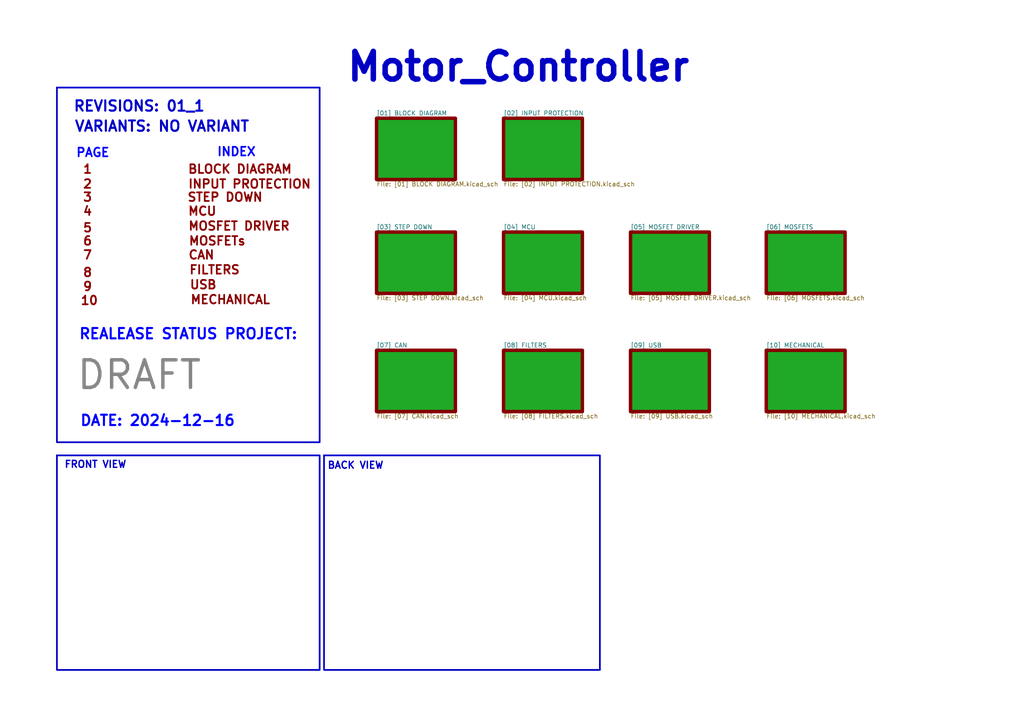
<source format=kicad_sch>
(kicad_sch
	(version 20231120)
	(generator "eeschema")
	(generator_version "8.0")
	(uuid "e63e39d7-6ac0-4ffd-8aa3-1841a4541b55")
	(paper "A4")
	(title_block
		(title "Example Project")
		(date "2024-12-16")
		(rev "Rev01_1")
		(company "AKK Electronics")
		(comment 3 "aungkyawkhaing96.ece@gmail.com")
		(comment 4 "Aung Kyaw Khaing")
	)
	(lib_symbols)
	(rectangle
		(start 16.51 25.4)
		(end 92.71 128.27)
		(stroke
			(width 0.5)
			(type default)
		)
		(fill
			(type none)
		)
		(uuid 5ff078b5-da54-4f0b-9c85-67168b8e6824)
	)
	(rectangle
		(start 16.51 132.08)
		(end 92.71 194.31)
		(stroke
			(width 0.5)
			(type default)
		)
		(fill
			(type none)
		)
		(uuid 7e474250-e3ca-44b9-b3a3-80ec9015ead0)
	)
	(rectangle
		(start 93.98 132.08)
		(end 173.99 194.31)
		(stroke
			(width 0.5)
			(type default)
		)
		(fill
			(type none)
		)
		(uuid ec3b1a99-985f-491d-9ae0-b3aaca7f9457)
	)
	(text "STEP DOWN"
		(exclude_from_sim no)
		(at 65.278 57.404 0)
		(effects
			(font
				(size 2.5 2.5)
				(bold yes)
				(color 132 0 0 1)
			)
		)
		(uuid "0b12075c-a2fc-4154-9313-ccaa01131e76")
	)
	(text "CAN"
		(exclude_from_sim no)
		(at 58.42 74.168 0)
		(effects
			(font
				(size 2.5 2.5)
				(bold yes)
				(color 132 0 0 1)
			)
		)
		(uuid "1896d5b1-2c55-4850-893b-f0665b43d4ee")
	)
	(text "BLOCK DIAGRAM"
		(exclude_from_sim no)
		(at 69.596 49.276 0)
		(effects
			(font
				(size 2.5 2.5)
				(bold yes)
				(color 132 0 0 1)
			)
		)
		(uuid "195b0ba8-43cb-4458-95f7-2f765db847fc")
	)
	(text "DRAFT"
		(exclude_from_sim no)
		(at 40.386 108.966 0)
		(effects
			(font
				(size 8 8)
				(thickness 1)
				(bold yes)
				(color 132 132 132 1)
			)
		)
		(uuid "1ad224b4-2399-4184-b1df-5415369a0108")
	)
	(text "DATE: ${ISSUE_DATE}"
		(exclude_from_sim no)
		(at 45.72 122.174 0)
		(effects
			(font
				(size 3 3)
				(bold yes)
				(color 0 0 255 1)
			)
		)
		(uuid "27019c87-df0f-4d16-9194-03d6ee5ce76b")
	)
	(text "FILTERS"
		(exclude_from_sim no)
		(at 62.23 78.486 0)
		(effects
			(font
				(size 2.5 2.5)
				(bold yes)
				(color 132 0 0 1)
			)
		)
		(uuid "2747e6ce-30a0-4e21-8ba1-5ccdfff1844d")
	)
	(text "9"
		(exclude_from_sim no)
		(at 25.4 83.312 0)
		(effects
			(font
				(size 2.5 2.5)
				(bold yes)
				(color 132 0 0 1)
			)
		)
		(uuid "3efdc49d-c425-4ad8-b703-af3009d58be5")
	)
	(text "2"
		(exclude_from_sim no)
		(at 25.4 53.594 0)
		(effects
			(font
				(size 2.5 2.5)
				(bold yes)
				(color 132 0 0 1)
			)
		)
		(uuid "470f3900-cda0-4bc6-9dcd-5ef673dcd576")
	)
	(text "VARIANTS: NO VARIANT"
		(exclude_from_sim no)
		(at 46.99 36.83 0)
		(effects
			(font
				(size 3 3)
				(bold yes)
			)
		)
		(uuid "5044624e-2b7f-4030-b98f-68a4920eef56")
	)
	(text "BACK VIEW"
		(exclude_from_sim no)
		(at 103.124 135.128 0)
		(effects
			(font
				(size 2 2)
				(thickness 0.4)
				(bold yes)
			)
		)
		(uuid "578685a5-d3d4-4f30-973b-f78b45af211b")
	)
	(text "8"
		(exclude_from_sim no)
		(at 25.4 79.248 0)
		(effects
			(font
				(size 2.5 2.5)
				(bold yes)
				(color 132 0 0 1)
			)
		)
		(uuid "5dbc6f81-295f-424d-b405-b616c019bad3")
	)
	(text "INPUT PROTECTION"
		(exclude_from_sim no)
		(at 72.39 53.594 0)
		(effects
			(font
				(size 2.5 2.5)
				(bold yes)
				(color 132 0 0 1)
			)
		)
		(uuid "63a206e5-5bf3-40d9-8d76-4fa4c9fa0d52")
	)
	(text "1"
		(exclude_from_sim no)
		(at 25.4 49.276 0)
		(effects
			(font
				(size 2.5 2.5)
				(bold yes)
				(color 132 0 0 1)
			)
		)
		(uuid "729b297a-b33e-4d34-b0dc-3fd9c394089f")
	)
	(text "PAGE"
		(exclude_from_sim no)
		(at 26.924 44.45 0)
		(effects
			(font
				(size 2.5 2.5)
				(bold yes)
				(color 0 0 255 1)
			)
		)
		(uuid "79c8f78e-536b-4a93-8f59-88f8b483fcd0")
	)
	(text "MOSFET DRIVER"
		(exclude_from_sim no)
		(at 69.342 65.786 0)
		(effects
			(font
				(size 2.5 2.5)
				(bold yes)
				(color 132 0 0 1)
			)
		)
		(uuid "8de6ff6b-4a46-4615-b38e-4cbbd544b687")
	)
	(text "7"
		(exclude_from_sim no)
		(at 25.4 74.168 0)
		(effects
			(font
				(size 2.5 2.5)
				(bold yes)
				(color 132 0 0 1)
			)
		)
		(uuid "8f5204bb-e4fd-4b62-9395-ca28363147b8")
	)
	(text "MCU"
		(exclude_from_sim no)
		(at 58.674 61.468 0)
		(effects
			(font
				(size 2.5 2.5)
				(bold yes)
				(color 132 0 0 1)
			)
		)
		(uuid "916ee55c-555d-4e76-99ac-0263234663fc")
	)
	(text "Motor_Controller\n"
		(exclude_from_sim no)
		(at 150.368 19.558 0)
		(effects
			(font
				(size 8 8)
				(thickness 1.6)
				(bold yes)
			)
		)
		(uuid "950b2300-ba9c-4db3-bba7-8a97afe595f9")
	)
	(text "3"
		(exclude_from_sim no)
		(at 25.4 57.404 0)
		(effects
			(font
				(size 2.5 2.5)
				(bold yes)
				(color 132 0 0 1)
			)
		)
		(uuid "a6543730-28f6-4db8-b60a-79fb88530e0e")
	)
	(text "USB"
		(exclude_from_sim no)
		(at 58.928 82.804 0)
		(effects
			(font
				(size 2.5 2.5)
				(bold yes)
				(color 132 0 0 1)
			)
		)
		(uuid "a955de33-8ae5-430e-87bc-79a00f89cbf1")
	)
	(text "5"
		(exclude_from_sim no)
		(at 25.4 66.294 0)
		(effects
			(font
				(size 2.5 2.5)
				(bold yes)
				(color 132 0 0 1)
			)
		)
		(uuid "a95e5e73-04b3-4b91-892b-6bbe475f8c22")
	)
	(text "MECHANICAL"
		(exclude_from_sim no)
		(at 66.802 87.122 0)
		(effects
			(font
				(size 2.5 2.5)
				(bold yes)
				(color 132 0 0 1)
			)
		)
		(uuid "aff9bfbb-719b-4d33-814a-4b48416fb18b")
	)
	(text "REALEASE STATUS PROJECT:"
		(exclude_from_sim no)
		(at 54.61 97.028 0)
		(effects
			(font
				(size 3 3)
				(bold yes)
				(color 0 0 255 1)
			)
		)
		(uuid "b3667b08-dc70-4efa-913a-9b3393571b8a")
	)
	(text "6"
		(exclude_from_sim no)
		(at 25.4 70.104 0)
		(effects
			(font
				(size 2.5 2.5)
				(bold yes)
				(color 132 0 0 1)
			)
		)
		(uuid "b792eb7a-650d-4d33-b54c-c4b89e46e7c6")
	)
	(text "10"
		(exclude_from_sim no)
		(at 25.908 87.376 0)
		(effects
			(font
				(size 2.5 2.5)
				(bold yes)
				(color 132 0 0 1)
			)
		)
		(uuid "ba01003f-21d9-4835-966e-c581541b1576")
	)
	(text "FRONT VIEW"
		(exclude_from_sim no)
		(at 27.686 134.874 0)
		(effects
			(font
				(size 2 2)
				(thickness 0.4)
				(bold yes)
			)
		)
		(uuid "c3683eaa-5a2c-43d1-8570-a94ce559ac1b")
	)
	(text "MOSFETs"
		(exclude_from_sim no)
		(at 62.992 70.104 0)
		(effects
			(font
				(size 2.5 2.5)
				(bold yes)
				(color 132 0 0 1)
			)
		)
		(uuid "db8f31e8-4e57-4252-a161-ca656af8abad")
	)
	(text "REVISIONS: 01_1"
		(exclude_from_sim no)
		(at 40.386 30.988 0)
		(effects
			(font
				(size 3 3)
				(bold yes)
			)
		)
		(uuid "de7546a5-8975-422b-9252-51b3bd153b92")
	)
	(text "INDEX"
		(exclude_from_sim no)
		(at 68.58 44.196 0)
		(effects
			(font
				(size 2.5 2.5)
				(bold yes)
				(color 0 0 255 1)
			)
		)
		(uuid "e84db98e-9995-453e-85b5-987a01378822")
	)
	(text "4"
		(exclude_from_sim no)
		(at 25.4 61.468 0)
		(effects
			(font
				(size 2.5 2.5)
				(bold yes)
				(color 132 0 0 1)
			)
		)
		(uuid "f06591b7-6ecb-4f0b-9c4e-db0e79aa82be")
	)
	(sheet
		(at 146.05 67.31)
		(size 22.86 17.78)
		(fields_autoplaced yes)
		(stroke
			(width 1)
			(type solid)
		)
		(fill
			(color 31 169 39 1.0000)
		)
		(uuid "00e52d7c-db6d-4304-85f9-7f2fddcd2d64")
		(property "Sheetname" "[04] MCU"
			(at 146.05 66.5984 0)
			(effects
				(font
					(size 1.27 1.27)
				)
				(justify left bottom)
			)
		)
		(property "Sheetfile" "[04] MCU.kicad_sch"
			(at 146.05 85.6746 0)
			(effects
				(font
					(size 1.27 1.27)
				)
				(justify left top)
			)
		)
		(instances
			(project "Motor_Controller"
				(path "/e63e39d7-6ac0-4ffd-8aa3-1841a4541b55"
					(page "5")
				)
			)
		)
	)
	(sheet
		(at 146.05 34.29)
		(size 22.86 17.78)
		(fields_autoplaced yes)
		(stroke
			(width 1)
			(type solid)
		)
		(fill
			(color 31 169 39 1.0000)
		)
		(uuid "0ee3d4d5-e3d4-4a4c-8d76-6654960bf0fd")
		(property "Sheetname" "[02] INPUT PROTECTION"
			(at 146.05 33.5784 0)
			(effects
				(font
					(size 1.27 1.27)
				)
				(justify left bottom)
			)
		)
		(property "Sheetfile" "[02] INPUT PROTECTION.kicad_sch"
			(at 146.05 52.6546 0)
			(effects
				(font
					(size 1.27 1.27)
				)
				(justify left top)
			)
		)
		(instances
			(project "Motor_Controller"
				(path "/e63e39d7-6ac0-4ffd-8aa3-1841a4541b55"
					(page "3")
				)
			)
		)
	)
	(sheet
		(at 109.22 67.31)
		(size 22.86 17.78)
		(fields_autoplaced yes)
		(stroke
			(width 1)
			(type solid)
		)
		(fill
			(color 31 169 39 1.0000)
		)
		(uuid "738c0d4c-d801-4563-96b2-3ac0131576eb")
		(property "Sheetname" "[03] STEP DOWN"
			(at 109.22 66.5984 0)
			(effects
				(font
					(size 1.27 1.27)
				)
				(justify left bottom)
			)
		)
		(property "Sheetfile" "[03] STEP DOWN.kicad_sch"
			(at 109.22 85.6746 0)
			(effects
				(font
					(size 1.27 1.27)
				)
				(justify left top)
			)
		)
		(instances
			(project "Motor_Controller"
				(path "/e63e39d7-6ac0-4ffd-8aa3-1841a4541b55"
					(page "4")
				)
			)
		)
	)
	(sheet
		(at 109.22 34.29)
		(size 22.86 17.78)
		(fields_autoplaced yes)
		(stroke
			(width 1)
			(type solid)
		)
		(fill
			(color 31 169 39 1.0000)
		)
		(uuid "7e850e91-0aa3-479b-9cf7-d624ea82d410")
		(property "Sheetname" "[01] BLOCK DIAGRAM"
			(at 109.22 33.5784 0)
			(effects
				(font
					(size 1.27 1.27)
				)
				(justify left bottom)
			)
		)
		(property "Sheetfile" "[01] BLOCK DIAGRAM.kicad_sch"
			(at 109.22 52.6546 0)
			(effects
				(font
					(size 1.27 1.27)
				)
				(justify left top)
			)
		)
		(instances
			(project "Motor_Controller"
				(path "/e63e39d7-6ac0-4ffd-8aa3-1841a4541b55"
					(page "2")
				)
			)
		)
	)
	(sheet
		(at 222.25 67.31)
		(size 22.86 17.78)
		(fields_autoplaced yes)
		(stroke
			(width 1)
			(type solid)
		)
		(fill
			(color 31 169 39 1.0000)
		)
		(uuid "82f18823-33f3-420d-bde8-b364b0066a77")
		(property "Sheetname" "[06] MOSFETS"
			(at 222.25 66.5984 0)
			(effects
				(font
					(size 1.27 1.27)
				)
				(justify left bottom)
			)
		)
		(property "Sheetfile" "[06] MOSFETS.kicad_sch"
			(at 222.25 85.6746 0)
			(effects
				(font
					(size 1.27 1.27)
				)
				(justify left top)
			)
		)
		(instances
			(project "Motor_Controller"
				(path "/e63e39d7-6ac0-4ffd-8aa3-1841a4541b55"
					(page "7")
				)
			)
		)
	)
	(sheet
		(at 109.22 101.6)
		(size 22.86 17.78)
		(fields_autoplaced yes)
		(stroke
			(width 1)
			(type solid)
		)
		(fill
			(color 31 169 39 1.0000)
		)
		(uuid "98dec30f-35fa-4446-b563-860f1c86a427")
		(property "Sheetname" "[07] CAN"
			(at 109.22 100.8884 0)
			(effects
				(font
					(size 1.27 1.27)
				)
				(justify left bottom)
			)
		)
		(property "Sheetfile" "[07] CAN.kicad_sch"
			(at 109.22 119.9646 0)
			(effects
				(font
					(size 1.27 1.27)
				)
				(justify left top)
			)
		)
		(instances
			(project "Motor_Controller"
				(path "/e63e39d7-6ac0-4ffd-8aa3-1841a4541b55"
					(page "8")
				)
			)
		)
	)
	(sheet
		(at 182.88 67.31)
		(size 22.86 17.78)
		(fields_autoplaced yes)
		(stroke
			(width 1)
			(type solid)
		)
		(fill
			(color 31 169 39 1.0000)
		)
		(uuid "a4fdf17d-f794-44a0-9416-2be0f8e087f9")
		(property "Sheetname" "[05] MOSFET DRIVER"
			(at 182.88 66.5984 0)
			(effects
				(font
					(size 1.27 1.27)
				)
				(justify left bottom)
			)
		)
		(property "Sheetfile" "[05] MOSFET DRIVER.kicad_sch"
			(at 182.88 85.6746 0)
			(effects
				(font
					(size 1.27 1.27)
				)
				(justify left top)
			)
		)
		(instances
			(project "Motor_Controller"
				(path "/e63e39d7-6ac0-4ffd-8aa3-1841a4541b55"
					(page "6")
				)
			)
		)
	)
	(sheet
		(at 182.88 101.6)
		(size 22.86 17.78)
		(fields_autoplaced yes)
		(stroke
			(width 1)
			(type solid)
		)
		(fill
			(color 31 169 39 1.0000)
		)
		(uuid "c7947707-501a-4207-b896-408090f8692f")
		(property "Sheetname" "[09] USB"
			(at 182.88 100.8884 0)
			(effects
				(font
					(size 1.27 1.27)
				)
				(justify left bottom)
			)
		)
		(property "Sheetfile" "[09] USB.kicad_sch"
			(at 182.88 119.9646 0)
			(effects
				(font
					(size 1.27 1.27)
				)
				(justify left top)
			)
		)
		(instances
			(project "Motor_Controller"
				(path "/e63e39d7-6ac0-4ffd-8aa3-1841a4541b55"
					(page "10")
				)
			)
		)
	)
	(sheet
		(at 222.25 101.6)
		(size 22.86 17.78)
		(fields_autoplaced yes)
		(stroke
			(width 1)
			(type solid)
		)
		(fill
			(color 31 169 39 1.0000)
		)
		(uuid "e5ffb6bb-a4a0-431a-994a-ea10a9aefdd1")
		(property "Sheetname" "[10] MECHANICAL"
			(at 222.25 100.8884 0)
			(effects
				(font
					(size 1.27 1.27)
				)
				(justify left bottom)
			)
		)
		(property "Sheetfile" "[10] MECHANICAL.kicad_sch"
			(at 222.25 119.9646 0)
			(effects
				(font
					(size 1.27 1.27)
				)
				(justify left top)
			)
		)
		(instances
			(project "Motor_Controller"
				(path "/e63e39d7-6ac0-4ffd-8aa3-1841a4541b55"
					(page "11")
				)
			)
		)
	)
	(sheet
		(at 146.05 101.6)
		(size 22.86 17.78)
		(fields_autoplaced yes)
		(stroke
			(width 1)
			(type solid)
		)
		(fill
			(color 31 169 39 1.0000)
		)
		(uuid "f9f451df-490b-43cd-9dfb-df7b50e4c214")
		(property "Sheetname" "[08] FILTERS"
			(at 146.05 100.8884 0)
			(effects
				(font
					(size 1.27 1.27)
				)
				(justify left bottom)
			)
		)
		(property "Sheetfile" "[08] FILTERS.kicad_sch"
			(at 146.05 119.9646 0)
			(effects
				(font
					(size 1.27 1.27)
				)
				(justify left top)
			)
		)
		(instances
			(project "Motor_Controller"
				(path "/e63e39d7-6ac0-4ffd-8aa3-1841a4541b55"
					(page "9")
				)
			)
		)
	)
	(sheet_instances
		(path "/"
			(page "1")
		)
	)
)

</source>
